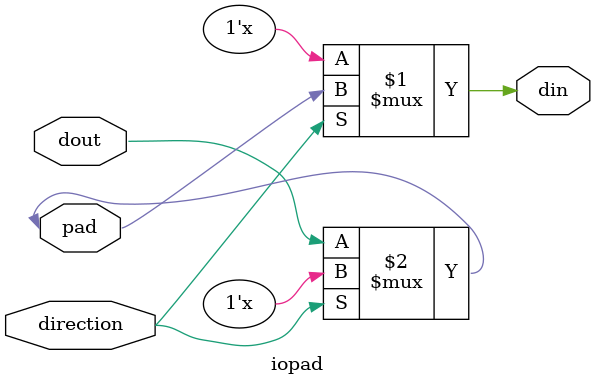
<source format=v>
module iopad(
//input zin, // Set output to be Z
input dout, // Data output
output din, // Data input
inout pad, // bi-directional pad
input direction // enable signal to control direction of iopad
//input direction_inv // enable signal to control direction of iopad
);
  //----- when direction enabled, the signal is propagated from pad to din
  assign din = direction ? pad : 1'bz;
  //----- when direction is disabled, the signal is propagated from dout to pad
  assign pad = direction ? 1'bz : dout;
endmodule

</source>
